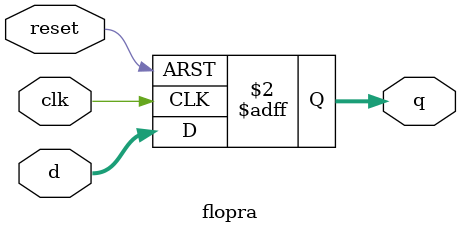
<source format=sv>
module flopra(	input logic clk,
					input logic reset,
					input logic [3:0] d,
					output logic [3:0] q);
			always_ff@(posedge clk, posedge reset)
			if(reset)
				q <= 4'b1;
			else
				q <= d;
endmodule 
//Reset asincrono
</source>
